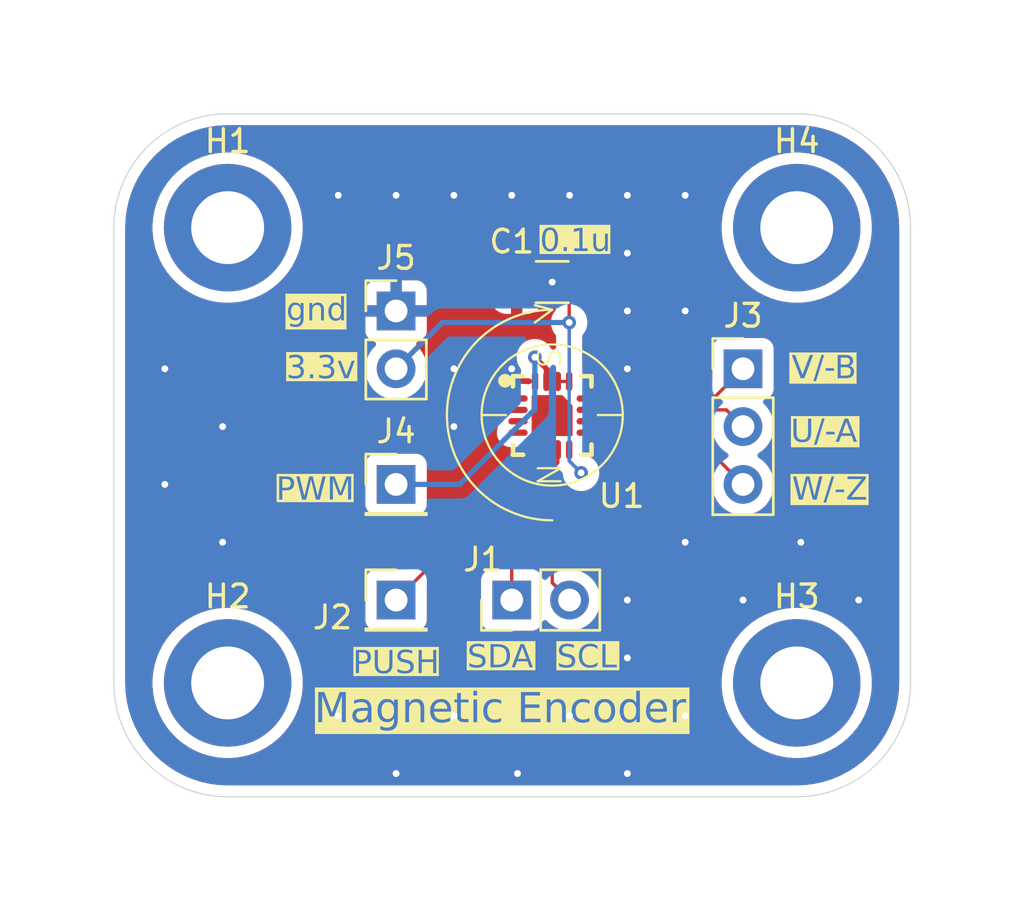
<source format=kicad_pcb>
(kicad_pcb (version 20241229) (generator "pcbnew") (generator_version "9.0")
  (layers (0 "F.Cu" signal) (2 "B.Cu" signal) (13 "F.Paste" user) (15 "B.Paste" user) (5 "F.SilkS" user "F.Silkscreen") (7 "B.SilkS" user "B.Silkscreen") (1 "F.Mask" user) (3 "B.Mask" user) (25 "Edge.Cuts" user))
  (net 0 "")
  (net 1 "+3.3V")
  (net 2 "GND")
  (net 3 "/SCL")
  (net 4 "/SDA")
  (net 5 "/PUSH")
  (net 6 "/W{slash}-Z")
  (net 7 "/U{slash}-A")
  (net 8 "/V{slash}-B")
  (net 9 "/PWM")
  (footprint "Connector_PinHeader_2.54mm:PinHeader_1x03_P2.54mm_Vertical" (layer "F.Cu") (at 167.64 76.2)
    (property "Reference" "J3" (at 0 -2.33 0) (layer "F.SilkS"))
    (property "Value" "Conn_01x03_Pin")
    (fp_line (start -1.33 -1.33) (end 0 -1.33) (stroke (width 0.12)) (layer "F.SilkS"))
    (fp_line (start -1.33 0) (end -1.33 -1.33) (stroke (width 0.12)) (layer "F.SilkS"))
    (fp_line (start -1.33 1.27) (end -1.33 6.41) (stroke (width 0.12)) (layer "F.SilkS"))
    (fp_line (start -1.33 1.27) (end 1.33 1.27) (stroke (width 0.12)) (layer "F.SilkS"))
    (fp_line (start -1.33 6.41) (end 1.33 6.41) (stroke (width 0.12)) (layer "F.SilkS"))
    (fp_line (start 1.33 1.27) (end 1.33 6.41) (stroke (width 0.12)) (layer "F.SilkS"))
    (pad "1" thru_hole rect (at 0 0) (size 1.7 1.7) (drill 1) (layers "*.Cu" "*.Mask") (net 8 "/V{slash}-B"))
    (pad "2" thru_hole oval (at 0 2.54) (size 1.7 1.7) (drill 1) (layers "*.Cu" "*.Mask") (net 7 "/U{slash}-A"))
    (pad "3" thru_hole oval (at 0 5.08) (size 1.7 1.7) (drill 1) (layers "*.Cu" "*.Mask") (net 6 "/W{slash}-Z"))
  )
  (footprint "MountingHole:MountingHole_3.2mm_M3_DIN965_Pad_TopBottom" (layer "F.Cu") (at 170 70)
    (property "Reference" "H4" (at 0 -3.8 0) (layer "F.SilkS"))
    (property "Value" "MountingHole_Pad")
    (pad "1" thru_hole circle (at 0 0) (size 3.6 3.6) (drill 3.2) (layers "*.Cu" "*.Mask"))
    (pad "1" connect circle (at 0 0) (size 5.6 5.6) (layers "F.Cu" "F.Mask"))
    (pad "1" connect circle (at 0 0) (size 5.6 5.6) (layers "B.Cu" "B.Mask"))
  )
  (footprint "Connector_PinHeader_2.54mm:PinHeader_1x02_P2.54mm_Vertical" (layer "F.Cu") (at 152.4 73.66)
    (property "Reference" "J5" (at 0 -2.33 0) (layer "F.SilkS"))
    (property "Value" "Conn_01x02_Pin")
    (fp_line (start -1.33 -1.33) (end 0 -1.33) (stroke (width 0.12)) (layer "F.SilkS"))
    (fp_line (start -1.33 0) (end -1.33 -1.33) (stroke (width 0.12)) (layer "F.SilkS"))
    (fp_line (start -1.33 1.27) (end -1.33 3.87) (stroke (width 0.12)) (layer "F.SilkS"))
    (fp_line (start -1.33 1.27) (end 1.33 1.27) (stroke (width 0.12)) (layer "F.SilkS"))
    (fp_line (start -1.33 3.87) (end 1.33 3.87) (stroke (width 0.12)) (layer "F.SilkS"))
    (fp_line (start 1.33 1.27) (end 1.33 3.87) (stroke (width 0.12)) (layer "F.SilkS"))
    (pad "1" thru_hole rect (at 0 0) (size 1.7 1.7) (drill 1) (layers "*.Cu" "*.Mask") (net 2 "GND"))
    (pad "2" thru_hole oval (at 0 2.54) (size 1.7 1.7) (drill 1) (layers "*.Cu" "*.Mask") (net 1 "+3.3V"))
  )
  (footprint "Connector_PinHeader_2.54mm:PinHeader_1x01_P2.54mm_Vertical" (layer "F.Cu") (at 152.4 86.36)
    (property "Reference" "J2" (at -2.794 0.762 0) (layer "F.SilkS"))
    (property "Value" "Conn_01x01_Pin")
    (fp_line (start -1.33 -1.33) (end 0 -1.33) (stroke (width 0.12)) (layer "F.SilkS"))
    (fp_line (start -1.33 0) (end -1.33 -1.33) (stroke (width 0.12)) (layer "F.SilkS"))
    (fp_line (start -1.33 1.27) (end -1.33 1.33) (stroke (width 0.12)) (layer "F.SilkS"))
    (fp_line (start -1.33 1.27) (end 1.33 1.27) (stroke (width 0.12)) (layer "F.SilkS"))
    (fp_line (start -1.33 1.33) (end 1.33 1.33) (stroke (width 0.12)) (layer "F.SilkS"))
    (fp_line (start 1.33 1.27) (end 1.33 1.33) (stroke (width 0.12)) (layer "F.SilkS"))
    (pad "1" thru_hole rect (at 0 0) (size 1.7 1.7) (drill 1) (layers "*.Cu" "*.Mask") (net 5 "/PUSH"))
  )
  (footprint "MountingHole:MountingHole_3.2mm_M3_DIN965_Pad_TopBottom" (layer "F.Cu") (at 145 70)
    (property "Reference" "H1" (at 0 -3.8 0) (layer "F.SilkS"))
    (property "Value" "MountingHole_Pad")
    (pad "1" thru_hole circle (at 0 0) (size 3.6 3.6) (drill 3.2) (layers "*.Cu" "*.Mask"))
    (pad "1" connect circle (at 0 0) (size 5.6 5.6) (layers "F.Cu" "F.Mask"))
    (pad "1" connect circle (at 0 0) (size 5.6 5.6) (layers "B.Cu" "B.Mask"))
  )
  (footprint "Capacitor_SMD:C_1206_3216Metric_Pad1.33x1.80mm_HandSolder" (layer "F.Cu") (at 159.258 72.39)
    (property "Reference" "C1" (at -1.778 -1.778 0) (layer "F.SilkS"))
    (property "Value" "0.1u")
    (fp_line (start -0.711252 -0.91) (end 0.711252 -0.91) (stroke (width 0.12)) (layer "F.SilkS"))
    (fp_line (start -0.711252 0.91) (end 0.711252 0.91) (stroke (width 0.12)) (layer "F.SilkS"))
    (pad "1" smd roundrect (at -1.5625 0) (size 1.325 1.8) (layers "F.Cu" "F.Mask" "F.Paste") (roundrect_rratio 0.188679) (net 2 "GND"))
    (pad "2" smd roundrect (at 1.5625 0) (size 1.325 1.8) (layers "F.Cu" "F.Mask" "F.Paste") (roundrect_rratio 0.188679) (net 1 "+3.3V"))
  )
  (footprint "COMPONENTS:QFN-16_L3.0-W3.0-P0.50-TL-EP1.7" (layer "F.Cu") (at 159.254 78.256)
    (property "Reference" "U1" (at 3.052 3.532 0) (layer "F.SilkS"))
    (property "Value" "MT6701QT-STD_C2913974")
    (fp_line (start -1.72 -1.73) (end -1.27 -1.73) (stroke (width 0.2)) (layer "F.SilkS"))
    (fp_line (start -1.72 -1.28) (end -1.72 -1.73) (stroke (width 0.2)) (layer "F.SilkS"))
    (fp_line (start -1.72 1.72) (end -1.72 1.27) (stroke (width 0.2)) (layer "F.SilkS"))
    (fp_line (start -1.27 1.72) (end -1.72 1.72) (stroke (width 0.2)) (layer "F.SilkS"))
    (fp_line (start 1.28 -1.73) (end 1.73 -1.73) (stroke (width 0.2)) (layer "F.SilkS"))
    (fp_line (start 1.28 1.72) (end 1.73 1.72) (stroke (width 0.2)) (layer "F.SilkS"))
    (fp_line (start 1.73 -1.73) (end 1.73 -1.28) (stroke (width 0.2)) (layer "F.SilkS"))
    (fp_line (start 1.73 1.72) (end 1.73 1.27) (stroke (width 0.2)) (layer "F.SilkS"))
    (fp_arc (start -2.07 -1.53) (mid -2.07 -1.53) (end -2.07 -1.53) (stroke (width 0.3)) (layer "F.SilkS"))
    (pad "1" smd oval (at -1.5 -0.75) (size 0.85 0.28) (layers "F.Cu" "F.Mask" "F.Paste"))
    (pad "2" smd oval (at -1.5 -0.25) (size 0.85 0.28) (layers "F.Cu" "F.Mask" "F.Paste"))
    (pad "3" smd oval (at -1.5 0.25) (size 0.85 0.28) (layers "F.Cu" "F.Mask" "F.Paste"))
    (pad "4" smd oval (at -1.5 0.75) (size 0.85 0.28) (layers "F.Cu" "F.Mask" "F.Paste"))
    (pad "5" smd oval (at -0.75 1.5) (size 0.28 0.85) (layers "F.Cu" "F.Mask" "F.Paste") (net 5 "/PUSH"))
    (pad "6" smd oval (at -0.25 1.5) (size 0.28 0.85) (layers "F.Cu" "F.Mask" "F.Paste") (net 4 "/SDA"))
    (pad "7" smd oval (at 0.25 1.5) (size 0.28 0.85) (layers "F.Cu" "F.Mask" "F.Paste") (net 3 "/SCL"))
    (pad "8" smd oval (at 0.75 1.5) (size 0.28 0.85) (layers "F.Cu" "F.Mask" "F.Paste") (net 1 "+3.3V"))
    (pad "9" smd oval (at 1.5 0.75) (size 0.85 0.28) (layers "F.Cu" "F.Mask" "F.Paste") (net 6 "/W{slash}-Z"))
    (pad "10" smd oval (at 1.5 0.25) (size 0.85 0.28) (layers "F.Cu" "F.Mask" "F.Paste"))
    (pad "11" smd oval (at 1.5 -0.25) (size 0.85 0.28) (layers "F.Cu" "F.Mask" "F.Paste") (net 7 "/U{slash}-A"))
    (pad "12" smd oval (at 1.5 -0.75) (size 0.85 0.28) (layers "F.Cu" "F.Mask" "F.Paste") (net 8 "/V{slash}-B"))
    (pad "13" smd oval (at 0.75 -1.5) (size 0.28 0.85) (layers "F.Cu" "F.Mask" "F.Paste") (net 1 "+3.3V"))
    (pad "14" smd oval (at 0.25 -1.5) (size 0.28 0.85) (layers "F.Cu" "F.Mask" "F.Paste") (net 1 "+3.3V"))
    (pad "15" smd oval (at -0.25 -1.5) (size 0.28 0.85) (layers "F.Cu" "F.Mask" "F.Paste") (net 9 "/PWM"))
    (pad "16" smd oval (at -0.75 -1.5) (size 0.28 0.85) (layers "F.Cu" "F.Mask" "F.Paste") (net 2 "GND"))
    (pad "17" smd custom (at 0 0 270) (size 1 1) (layers "F.Cu" "F.Mask" "F.Paste") (options (clearance outline) (anchor circle)) (primitives (gr_poly (pts (xy 0.85 -0.85) (xy 0.85 0.85) (xy -0.85 0.85) (xy -0.85 -0.43) (xy -0.42 -0.85)) (width 0.1) (fill yes))))
  )
  (footprint "Connector_PinHeader_2.54mm:PinHeader_1x01_P2.54mm_Vertical" (layer "F.Cu") (at 152.4 81.28)
    (property "Reference" "J4" (at 0 -2.33 0) (layer "F.SilkS"))
    (property "Value" "Conn_01x01_Pin")
    (fp_line (start -1.33 -1.33) (end 0 -1.33) (stroke (width 0.12)) (layer "F.SilkS"))
    (fp_line (start -1.33 0) (end -1.33 -1.33) (stroke (width 0.12)) (layer "F.SilkS"))
    (fp_line (start -1.33 1.27) (end -1.33 1.33) (stroke (width 0.12)) (layer "F.SilkS"))
    (fp_line (start -1.33 1.27) (end 1.33 1.27) (stroke (width 0.12)) (layer "F.SilkS"))
    (fp_line (start -1.33 1.33) (end 1.33 1.33) (stroke (width 0.12)) (layer "F.SilkS"))
    (fp_line (start 1.33 1.27) (end 1.33 1.33) (stroke (width 0.12)) (layer "F.SilkS"))
    (pad "1" thru_hole rect (at 0 0) (size 1.7 1.7) (drill 1) (layers "*.Cu" "*.Mask") (net 9 "/PWM"))
  )
  (footprint "Connector_PinHeader_2.54mm:PinHeader_1x02_P2.54mm_Vertical" (layer "F.Cu") (at 157.48 86.36 90)
    (property "Reference" "J1" (at 1.778 -1.27 180) (layer "F.SilkS"))
    (property "Value" "Conn_01x02_Pin")
    (fp_line (start -1.33 -1.33) (end 0 -1.33) (stroke (width 0.12)) (layer "F.SilkS"))
    (fp_line (start -1.33 0) (end -1.33 -1.33) (stroke (width 0.12)) (layer "F.SilkS"))
    (fp_line (start 1.33 1.27) (end 1.33 3.87) (stroke (width 0.12)) (layer "F.SilkS"))
    (fp_line (start -1.33 1.27) (end 1.33 1.27) (stroke (width 0.12)) (layer "F.SilkS"))
    (fp_line (start -1.33 1.27) (end -1.33 3.87) (stroke (width 0.12)) (layer "F.SilkS"))
    (fp_line (start -1.33 3.87) (end 1.33 3.87) (stroke (width 0.12)) (layer "F.SilkS"))
    (pad "1" thru_hole rect (at 0 0 90) (size 1.7 1.7) (drill 1) (layers "*.Cu" "*.Mask") (net 4 "/SDA"))
    (pad "2" thru_hole oval (at 0 2.54 90) (size 1.7 1.7) (drill 1) (layers "*.Cu" "*.Mask") (net 3 "/SCL"))
  )
  (footprint "MountingHole:MountingHole_3.2mm_M3_DIN965_Pad_TopBottom" (layer "F.Cu") (at 170 90)
    (property "Reference" "H3" (at 0 -3.8 0) (layer "F.SilkS"))
    (property "Value" "MountingHole_Pad")
    (pad "1" thru_hole circle (at 0 0) (size 3.6 3.6) (drill 3.2) (layers "*.Cu" "*.Mask"))
    (pad "1" connect circle (at 0 0) (size 5.6 5.6) (layers "F.Cu" "F.Mask"))
    (pad "1" connect circle (at 0 0) (size 5.6 5.6) (layers "B.Cu" "B.Mask"))
  )
  (footprint "MountingHole:MountingHole_3.2mm_M3_DIN965_Pad_TopBottom" (layer "F.Cu") (at 145 90)
    (property "Reference" "H2" (at 0 -3.8 0) (layer "F.SilkS"))
    (property "Value" "MountingHole_Pad")
    (pad "1" thru_hole circle (at 0 0) (size 3.6 3.6) (drill 3.2) (layers "*.Cu" "*.Mask"))
    (pad "1" connect circle (at 0 0) (size 5.6 5.6) (layers "F.Cu" "F.Mask"))
    (pad "1" connect circle (at 0 0) (size 5.6 5.6) (layers "B.Cu" "B.Mask"))
  )
  (gr_circle (center 159.258 78.232) (end 161.798 80.01) (stroke (width 0.1)) (fill no) (layer "F.SilkS"))
  (gr_line (start 161.263767 78.232) (end 162.332232 78.232) (stroke (width 0.1)) (layer "F.SilkS"))
  (gr_line (start 159.258 73.607535) (end 158.496 73.406) (stroke (width 0.1)) (layer "F.SilkS"))
  (gr_line (start 156.157535 78.232) (end 157.226 78.232) (stroke (width 0.1)) (layer "F.SilkS"))
  (gr_line (start 159.258 73.607535) (end 158.496 74.168) (stroke (width 0.1)) (layer "F.SilkS"))
  (gr_arc (start 159.258 82.856465) (mid 154.633535 78.232) (end 159.258 73.607535) (stroke (width 0.1)) (layer "F.SilkS"))
  (gr_arc (start 145 95) (mid 141.464466 93.535534) (end 140 90) (stroke (width 0.05)) (layer "Edge.Cuts"))
  (gr_line (start 145 95) (end 170 95) (stroke (width 0.05)) (layer "Edge.Cuts"))
  (gr_arc (start 140 70) (mid 141.464466 66.464466) (end 145 65) (stroke (width 0.05)) (layer "Edge.Cuts"))
  (gr_line (start 170 65) (end 145 65) (stroke (width 0.05)) (layer "Edge.Cuts"))
  (gr_arc (start 175 90) (mid 173.535534 93.535534) (end 170 95) (stroke (width 0.05)) (layer "Edge.Cuts"))
  (gr_arc (start 170 65) (mid 173.535534 66.464466) (end 175 70) (stroke (width 0.05)) (layer "Edge.Cuts"))
  (gr_line (start 175 70) (end 175 90) (stroke (width 0.05)) (layer "Edge.Cuts"))
  (gr_line (start 140 70) (end 140 90) (stroke (width 0.05)) (layer "Edge.Cuts"))
  (gr_text "S" (at 158.496 75.184 270) (layer "F.SilkS") (effects (font (size 1 1) (thickness 0.1)) (justify left bottom)))
  (gr_text "gnd" (at 147.574 73.66 0) (layer "F.SilkS" knockout) (effects (font (size 1 1) (thickness 0.1)) (justify left)))
  (gr_text "N" (at 158.496 80.264 270) (layer "F.SilkS") (effects (font (size 1 1) (thickness 0.1)) (justify left bottom)))
  (gr_text "PUSH" (at 152.4 89.154 0) (layer "F.SilkS" knockout) (effects (font (size 1 1) (thickness 0.1))))
  (gr_text "W/-Z" (at 171.45 81.534 0) (layer "F.SilkS" knockout) (effects (font (size 1 1) (thickness 0.1))))
  (gr_text "U/-A" (at 171.196 78.994 0) (layer "F.SilkS" knockout) (effects (font (size 1 1) (thickness 0.1))))
  (gr_text "V/-B" (at 171.196 76.2 0) (layer "F.SilkS" knockout) (effects (font (size 1 1) (thickness 0.1))))
  (gr_text "SDA" (at 156.972 88.9 0) (layer "F.SilkS" knockout) (effects (font (size 1 1) (thickness 0.1))))
  (gr_text "Magnetic Encoder" (at 156.972 91.186 0) (layer "F.SilkS" knockout) (effects (font (size 1.3 1.3) (thickness 0.1625))))
  (gr_text "0.1u" (at 160.274 70.612 0) (layer "F.SilkS" knockout) (effects (font (size 1 1) (thickness 0.1))))
  (gr_text "3.3v" (at 147.574 76.2 0) (layer "F.SilkS" knockout) (effects (font (size 1 1) (thickness 0.1)) (justify left)))
  (gr_text "SCL" (at 160.782 88.9 0) (layer "F.SilkS" knockout) (effects (font (size 1 1) (thickness 0.1))))
  (gr_text "PWM" (at 148.844 81.534 0) (layer "F.SilkS" knockout) (effects (font (size 1 1) (thickness 0.1))))
  (segment (start 160.528 80.772) (end 160.004 80.248) (width 0.147) (layer "F.Cu") (net 1))
  (segment (start 160.004 80.248) (end 160.004 79.756) (width 0.147) (layer "F.Cu") (net 1))
  (segment (start 160.004 73.2065) (end 160.8205 72.39) (width 0.147) (layer "F.Cu") (net 1))
  (segment (start 159.504 76.756) (end 160.004 76.756) (width 0.147) (layer "F.Cu") (net 1))
  (segment (start 160.004 74.168) (end 160.004 73.2065) (width 0.147) (layer "F.Cu") (net 1))
  (segment (start 160.004 76.756) (end 160.004 74.168) (width 0.147) (layer "F.Cu") (net 1))
  (via (at 160.004 74.168) (size 0.6) (drill 0.3) (layers "F.Cu" "B.Cu") (net 1))
  (via (at 160.528 80.772) (size 0.6) (drill 0.3) (layers "F.Cu" "B.Cu") (net 1))
  (segment (start 154.432 74.168) (end 160.004 74.168) (width 0.23) (layer "B.Cu") (net 1))
  (segment (start 160.004 80.248) (end 160.004 74.168) (width 0.147) (layer "B.Cu") (net 1))
  (segment (start 152.4 76.2) (end 154.432 74.168) (width 0.23) (layer "B.Cu") (net 1))
  (segment (start 160.528 80.772) (end 160.004 80.248) (width 0.147) (layer "B.Cu") (net 1))
  (segment (start 158.504 76.462) (end 158.504 76.756) (width 0.147) (layer "F.Cu") (net 2))
  (segment (start 159.258 72.39) (end 157.6955 72.39) (width 0.147) (layer "F.Cu") (net 2))
  (segment (start 158.504 76.756) (end 158.036 76.756) (width 0.147) (layer "F.Cu") (net 2))
  (segment (start 158.036 76.756) (end 157.48 76.2) (width 0.147) (layer "F.Cu") (net 2))
  (via (at 152.4 68.58) (size 0.6) (drill 0.3) (layers "F.Cu" "B.Cu") (net 2))
  (via (at 162.56 76.2) (size 0.6) (drill 0.3) (layers "F.Cu" "B.Cu") (net 2))
  (via (at 142.24 76.2) (size 0.6) (drill 0.3) (layers "F.Cu" "B.Cu") (net 2))
  (via (at 149.86 91.44) (size 0.6) (drill 0.3) (layers "F.Cu" "B.Cu") (net 2))
  (via (at 149.86 68.58) (size 0.6) (drill 0.3) (layers "F.Cu" "B.Cu") (net 2))
  (via (at 162.56 68.58) (size 0.6) (drill 0.3) (layers "F.Cu" "B.Cu") (net 2))
  (via (at 157.48 68.58) (size 0.6) (drill 0.3) (layers "F.Cu" "B.Cu") (net 2))
  (via (at 162.56 88.9) (size 0.6) (drill 0.3) (layers "F.Cu" "B.Cu") (net 2))
  (via (at 154.94 76.2) (size 0.6) (drill 0.3) (layers "F.Cu" "B.Cu") (net 2))
  (via (at 157.48 76.2) (size 0.6) (drill 0.3) (layers "F.Cu" "B.Cu") (net 2))
  (via (at 165.1 91.44) (size 0.6) (drill 0.3) (layers "F.Cu" "B.Cu") (net 2))
  (via (at 142.24 81.28) (size 0.6) (drill 0.3) (layers "F.Cu" "B.Cu") (net 2))
  (via (at 160.02 68.58) (size 0.6) (drill 0.3) (layers "F.Cu" "B.Cu") (net 2))
  (via (at 154.94 78.74) (size 0.6) (drill 0.3) (layers "F.Cu" "B.Cu") (net 2))
  (via (at 160.02 91.44) (size 0.6) (drill 0.3) (layers "F.Cu" "B.Cu") (net 2))
  (via (at 144.78 83.82) (size 0.6) (drill 0.3) (layers "F.Cu" "B.Cu") (net 2))
  (via (at 165.1 83.82) (size 0.6) (drill 0.3) (layers "F.Cu" "B.Cu") (net 2))
  (via (at 154.94 91.44) (size 0.6) (drill 0.3) (layers "F.Cu" "B.Cu") (net 2))
  (via (at 162.56 86.36) (size 0.6) (drill 0.3) (layers "F.Cu" "B.Cu") (net 2))
  (via (at 165.1 68.58) (size 0.6) (drill 0.3) (layers "F.Cu" "B.Cu") (net 2))
  (via (at 165.1 73.66) (size 0.6) (drill 0.3) (layers "F.Cu" "B.Cu") (net 2))
  (via (at 162.56 73.66) (size 0.6) (drill 0.3) (layers "F.Cu" "B.Cu") (net 2))
  (via (at 159.258 72.39) (size 0.6) (drill 0.3) (layers "F.Cu" "B.Cu") (net 2))
  (via (at 167.64 86.36) (size 0.6) (drill 0.3) (layers "F.Cu" "B.Cu") (net 2))
  (via (at 152.4 93.98) (size 0.6) (drill 0.3) (layers "F.Cu" "B.Cu") (net 2))
  (via (at 162.56 71.12) (size 0.6) (drill 0.3) (layers "F.Cu" "B.Cu") (net 2))
  (via (at 172.72 86.36) (size 0.6) (drill 0.3) (layers "F.Cu" "B.Cu") (net 2))
  (via (at 170.18 83.82) (size 0.6) (drill 0.3) (layers "F.Cu" "B.Cu") (net 2))
  (via (at 144.78 78.74) (size 0.6) (drill 0.3) (layers "F.Cu" "B.Cu") (net 2))
  (via (at 162.56 93.98) (size 0.6) (drill 0.3) (layers "F.Cu" "B.Cu") (net 2))
  (via (at 154.94 68.58) (size 0.6) (drill 0.3) (layers "F.Cu" "B.Cu") (net 2))
  (via (at 157.734 93.98) (size 0.6) (drill 0.3) (layers "F.Cu" "B.Cu") (net 2))
  (segment (start 159.258 85.598) (end 160.02 86.36) (width 0.147) (layer "F.Cu") (net 3))
  (segment (start 159.258 80.574) (end 159.258 85.598) (width 0.147) (layer "F.Cu") (net 3))
  (segment (start 159.504 79.756) (end 159.504 80.328) (width 0.147) (layer "F.Cu") (net 3))
  (segment (start 159.504 80.328) (end 159.258 80.574) (width 0.147) (layer "F.Cu") (net 3))
  (segment (start 159.004 79.756) (end 159.004 80.264) (width 0.147) (layer "F.Cu") (net 4))
  (segment (start 157.48 81.788) (end 157.48 86.36) (width 0.147) (layer "F.Cu") (net 4))
  (segment (start 159.004 80.264) (end 157.48 81.788) (width 0.147) (layer "F.Cu") (net 4))
  (segment (start 158.504 79.756) (end 158.504 80.256) (width 0.147) (layer "F.Cu") (net 5))
  (segment (start 158.504 80.256) (end 152.4 86.36) (width 0.147) (layer "F.Cu") (net 5))
  (segment (start 160.754 79.006) (end 165.366 79.006) (width 0.147) (layer "F.Cu") (net 6))
  (segment (start 165.366 79.006) (end 167.64 81.28) (width 0.147) (layer "F.Cu") (net 6))
  (segment (start 166.906 78.006) (end 167.64 78.74) (width 0.147) (layer "F.Cu") (net 7))
  (segment (start 160.754 78.006) (end 166.906 78.006) (width 0.147) (layer "F.Cu") (net 7))
  (segment (start 160.754 77.506) (end 166.334 77.506) (width 0.147) (layer "F.Cu") (net 8))
  (segment (start 166.334 77.506) (end 167.64 76.2) (width 0.147) (layer "F.Cu") (net 8))
  (segment (start 159.004 76.2) (end 158.496 75.692) (width 0.23) (layer "F.Cu") (net 9))
  (segment (start 159.004 76.756) (end 159.004 76.2) (width 0.23) (layer "F.Cu") (net 9))
  (via (at 158.496 75.692) (size 0.6) (drill 0.3) (layers "F.Cu" "B.Cu") (net 9))
  (segment (start 158.496 75.692) (end 158.496 77.978) (width 0.23) (layer "B.Cu") (net 9))
  (segment (start 158.496 77.978) (end 155.194 81.28) (width 0.23) (layer "B.Cu") (net 9))
  (segment (start 155.194 81.28) (end 152.4 81.28) (width 0.23) (layer "B.Cu") (net 9))
  (zone (net 2) (net_name "GND") (layers "F.Cu" "B.Cu") (connect_pads (clearance 0.5)) (min_thickness 0.25) (fill yes (thermal_gap 0.5) (thermal_bridge_width 0.5))
    (polygon (pts (xy 180 60) (xy 180 100) (xy 135 100) (xy 135 60)))
  )
)
</source>
